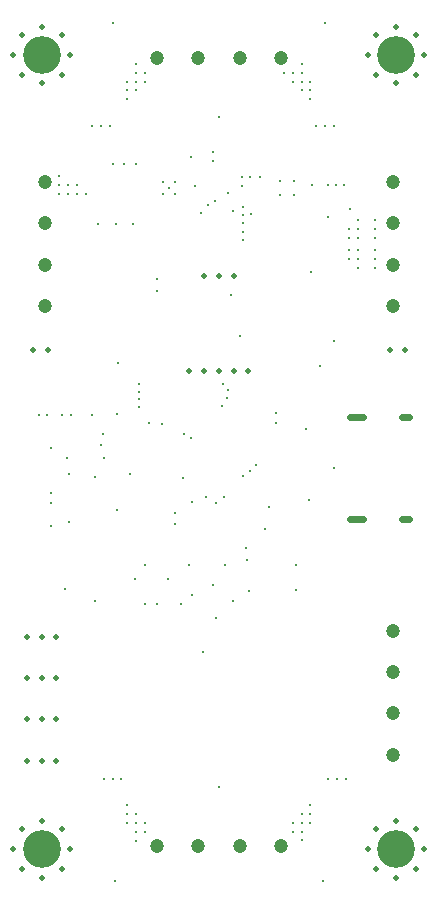
<source format=gbr>
%TF.GenerationSoftware,KiCad,Pcbnew,(5.99.0-7167-g34dbce6bce)*%
%TF.CreationDate,2021-01-04T09:36:01+03:00*%
%TF.ProjectId,ANV,414e562e-6b69-4636-9164-5f7063625858,rev?*%
%TF.SameCoordinates,Original*%
%TF.FileFunction,Plated,1,4,PTH,Mixed*%
%TF.FilePolarity,Positive*%
%FSLAX46Y46*%
G04 Gerber Fmt 4.6, Leading zero omitted, Abs format (unit mm)*
G04 Created by KiCad (PCBNEW (5.99.0-7167-g34dbce6bce)) date 2021-01-04 09:36:01*
%MOMM*%
%LPD*%
G01*
G04 APERTURE LIST*
%TA.AperFunction,ViaDrill*%
%ADD10C,0.200000*%
%TD*%
%TA.AperFunction,ComponentDrill*%
%ADD11C,0.200000*%
%TD*%
%TA.AperFunction,ComponentDrill*%
%ADD12C,0.300000*%
%TD*%
%TA.AperFunction,ComponentDrill*%
%ADD13C,0.500000*%
%TD*%
G04 aperture for slot hole*
%TA.AperFunction,ComponentDrill*%
%ADD14C,0.600000*%
%TD*%
%TA.AperFunction,ComponentDrill*%
%ADD15C,1.200000*%
%TD*%
%TA.AperFunction,ComponentDrill*%
%ADD16C,3.200000*%
%TD*%
G04 APERTURE END LIST*
D10*
X19000000Y-49750000D03*
X19700000Y-49750000D03*
X20050000Y-52550000D03*
X20050000Y-56350000D03*
X20050000Y-57150000D03*
X20050000Y-59150000D03*
X20750000Y-29500000D03*
X20750000Y-30250000D03*
X20750000Y-31000000D03*
X21000000Y-49750000D03*
X21250000Y-64500000D03*
X21385000Y-53385000D03*
X21500000Y-30250000D03*
X21500000Y-31000000D03*
X21600000Y-54700000D03*
X21600000Y-58750000D03*
X21700000Y-49750000D03*
X22250000Y-30250000D03*
X22250000Y-31000000D03*
X23000000Y-31000000D03*
X23500000Y-25250000D03*
X23545000Y-49705000D03*
X23750000Y-65500000D03*
X23800000Y-55000000D03*
X24000000Y-33550000D03*
X24250000Y-25250000D03*
X24250000Y-52300000D03*
X24400020Y-51349980D03*
X24499999Y-80509998D03*
X24500000Y-53400000D03*
X25000000Y-25250000D03*
X25249999Y-80509998D03*
X25250000Y-16500000D03*
X25270000Y-28520000D03*
X25450000Y-89210000D03*
X25500000Y-33550000D03*
X25585000Y-49665000D03*
X25650000Y-57750000D03*
X25720000Y-45350000D03*
X25999999Y-80509998D03*
X26250000Y-28500000D03*
X26500000Y-21500000D03*
X26500000Y-22250000D03*
X26500000Y-23000000D03*
X26500000Y-82760000D03*
X26500000Y-83510000D03*
X26500000Y-84260000D03*
X26750000Y-54750000D03*
X27000000Y-33550000D03*
X27110000Y-63600001D03*
X27250000Y-20000000D03*
X27250000Y-20750000D03*
X27250000Y-21500000D03*
X27250000Y-22250000D03*
X27250000Y-28500000D03*
X27250000Y-83510000D03*
X27250000Y-84260000D03*
X27250000Y-85010000D03*
X27250000Y-85760000D03*
X27500000Y-47100000D03*
X27500000Y-47750003D03*
X27500000Y-48400006D03*
X27500000Y-49050009D03*
X28000000Y-20750000D03*
X28000000Y-21500000D03*
X28000000Y-65750000D03*
X28000000Y-84260000D03*
X28000000Y-85010000D03*
X28020000Y-62470000D03*
X28290000Y-50397995D03*
X29000000Y-38250000D03*
X29000000Y-39250000D03*
X29000000Y-65750000D03*
X29470000Y-50480000D03*
X29956883Y-63600001D03*
X30530000Y-58020000D03*
X30550000Y-58950000D03*
X31000000Y-65750000D03*
X31170451Y-55049213D03*
X31300000Y-51300000D03*
X31760000Y-62450000D03*
X31880000Y-51650000D03*
X31909999Y-27899999D03*
X32000000Y-57100000D03*
X32000000Y-65000000D03*
X32250000Y-30350000D03*
X32750000Y-32650000D03*
X32880000Y-69810000D03*
X33185520Y-56654480D03*
X33350000Y-31950000D03*
X33740000Y-64130000D03*
X33750000Y-27500000D03*
X33750000Y-28200000D03*
X33950000Y-31600000D03*
X33999713Y-57180818D03*
X34010000Y-66960000D03*
X34250000Y-24500000D03*
X34250000Y-81260000D03*
X34475000Y-48950000D03*
X34586091Y-47113909D03*
X34660000Y-56660000D03*
X34780000Y-62420000D03*
X34975000Y-48285141D03*
X35050000Y-30950000D03*
X35061091Y-47588909D03*
X35250000Y-39550000D03*
X35420000Y-65500000D03*
X35471232Y-32471232D03*
X36060000Y-43010000D03*
X36200000Y-29550000D03*
X36200000Y-30350000D03*
X36300000Y-32100000D03*
X36300000Y-32800000D03*
X36300000Y-33500000D03*
X36300000Y-34200000D03*
X36300000Y-34900000D03*
X36310000Y-54900000D03*
X36540000Y-61010000D03*
X36626914Y-62000000D03*
X36770000Y-64620000D03*
X36860000Y-54470000D03*
X36900000Y-29550000D03*
X37000000Y-32750000D03*
X37400000Y-53970000D03*
X37700000Y-29600000D03*
X38115000Y-59365000D03*
X38500000Y-57550000D03*
X39080000Y-49520000D03*
X39100000Y-50450000D03*
X39750000Y-20750000D03*
X40500000Y-20750000D03*
X40500000Y-21500000D03*
X40500000Y-84260000D03*
X40500000Y-85000000D03*
X40740000Y-62470000D03*
X40770000Y-64550000D03*
X41250000Y-20000000D03*
X41250000Y-20750000D03*
X41250000Y-21500000D03*
X41250000Y-22250000D03*
X41250000Y-83510000D03*
X41250000Y-84260000D03*
X41250000Y-85000000D03*
X41250000Y-85750000D03*
X41650000Y-50950000D03*
X41880000Y-56960000D03*
X42000000Y-21500000D03*
X42000000Y-22250000D03*
X42000000Y-23000000D03*
X42000000Y-82760000D03*
X42000000Y-83510000D03*
X42000000Y-84260000D03*
X42080000Y-37600000D03*
X42145641Y-30292835D03*
X42500000Y-25250000D03*
X42800000Y-45590000D03*
X43100000Y-89210000D03*
X43250000Y-16500000D03*
X43250000Y-25250000D03*
X43450000Y-30250000D03*
X43500000Y-32950000D03*
X43500002Y-80559999D03*
X44000000Y-25250000D03*
X44000000Y-43500000D03*
X44004990Y-54250835D03*
X44150000Y-30250000D03*
X44250002Y-80559999D03*
X44850000Y-30250000D03*
X45000002Y-80559999D03*
X45250000Y-34000000D03*
X45250000Y-34750000D03*
X45250000Y-35750000D03*
X45250000Y-36500000D03*
X45350000Y-32250000D03*
X46000000Y-33250000D03*
X46000000Y-34000000D03*
X46000000Y-34750000D03*
X46000000Y-35750000D03*
X46000000Y-36500000D03*
X46000000Y-37250000D03*
X47500000Y-33250000D03*
X47500000Y-34000000D03*
X47500000Y-34750000D03*
X47500000Y-35750000D03*
X47500000Y-36500000D03*
X47500000Y-37250000D03*
D11*
%TO.C,U3*%
X39410000Y-29910000D03*
X39410000Y-31090000D03*
X40590000Y-29910000D03*
X40590000Y-31090000D03*
D12*
%TO.C,U4*%
X29500000Y-30000000D03*
X29500000Y-31000000D03*
X30000000Y-30500000D03*
X30500000Y-30000000D03*
X30500000Y-31000000D03*
D13*
%TO.C,J6*%
X48750000Y-44250000D03*
X50000000Y-44250000D03*
%TO.C,J1*%
X31750000Y-46000000D03*
X33000000Y-46000000D03*
X34250000Y-46000000D03*
X35500000Y-46000000D03*
X36750000Y-46000000D03*
%TO.C,J19*%
X18000000Y-79000000D03*
X19250000Y-79000000D03*
X20500000Y-79000000D03*
%TO.C,J9*%
X18499999Y-44250000D03*
X19749999Y-44250000D03*
%TO.C,J18*%
X18000000Y-75500000D03*
X19250000Y-75500000D03*
X20500000Y-75500000D03*
%TO.C,H4*%
X46850000Y-19250000D03*
X47552944Y-17552944D03*
X47552944Y-20947056D03*
X49250000Y-16850000D03*
X49250000Y-21650000D03*
X50947056Y-17552944D03*
X50947056Y-20947056D03*
X51650000Y-19250000D03*
%TO.C,H1*%
X16850000Y-19250000D03*
X17552944Y-17552944D03*
X17552944Y-20947056D03*
X19250000Y-16850000D03*
X19250000Y-21650000D03*
X20947056Y-17552944D03*
X20947056Y-20947056D03*
X21650000Y-19250000D03*
%TO.C,J15*%
X18000000Y-72000000D03*
X19250000Y-72000000D03*
X20500000Y-72000000D03*
%TO.C,H3*%
X46850000Y-86510000D03*
X47552944Y-84812944D03*
X47552944Y-88207056D03*
X49250000Y-84110000D03*
X49250000Y-88910000D03*
X50947056Y-84812944D03*
X50947056Y-88207056D03*
X51650000Y-86510000D03*
%TO.C,J5*%
X33000000Y-38000000D03*
X34250000Y-38000000D03*
X35500000Y-38000000D03*
%TO.C,J14*%
X18000000Y-68500000D03*
X19250000Y-68500000D03*
X20500000Y-68500000D03*
%TO.C,H2*%
X16850000Y-86510000D03*
X17552944Y-84812944D03*
X17552944Y-88207056D03*
X19250000Y-84110000D03*
X19250000Y-88910000D03*
X20947056Y-84812944D03*
X20947056Y-88207056D03*
X21650000Y-86510000D03*
D14*
%TO.C,J4*%
X46445000Y-49930000D02*
X45345000Y-49930000D01*
X46445000Y-58570000D02*
X45345000Y-58570000D01*
X50375000Y-49930000D02*
X49775000Y-49930000D01*
X50375000Y-58570000D02*
X49775000Y-58570000D01*
D15*
%TO.C,J13*%
X36000000Y-86260000D03*
X39500000Y-86260000D03*
%TO.C,J2*%
X49000000Y-37000000D03*
X49000000Y-40500000D03*
%TO.C,J8*%
X19500000Y-37000000D03*
X19500000Y-40500000D03*
%TO.C,J17*%
X49000000Y-75000000D03*
X49000000Y-78500000D03*
%TO.C,J3*%
X49000000Y-30000000D03*
X49000000Y-33500000D03*
%TO.C,J10*%
X28999999Y-19500000D03*
X32499999Y-19500000D03*
%TO.C,J7*%
X19500000Y-30000000D03*
X19500000Y-33500000D03*
%TO.C,J16*%
X49000000Y-68000000D03*
X49000000Y-71500000D03*
%TO.C,J11*%
X36000000Y-19500000D03*
X39500000Y-19500000D03*
%TO.C,J12*%
X29000000Y-86260000D03*
X32500000Y-86260000D03*
D16*
%TO.C,H4*%
X49250000Y-19250000D03*
%TO.C,H1*%
X19250000Y-19250000D03*
%TO.C,H3*%
X49250000Y-86510000D03*
%TO.C,H2*%
X19250000Y-86510000D03*
M02*

</source>
